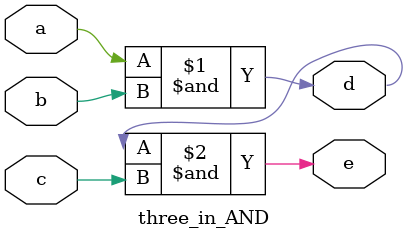
<source format=v>
`timescale 1ns / 1ps


module three_in_AND(
    input a, b, c,
    output d, e
    );
assign d=a&b;
assign e=d&c;

endmodule

</source>
